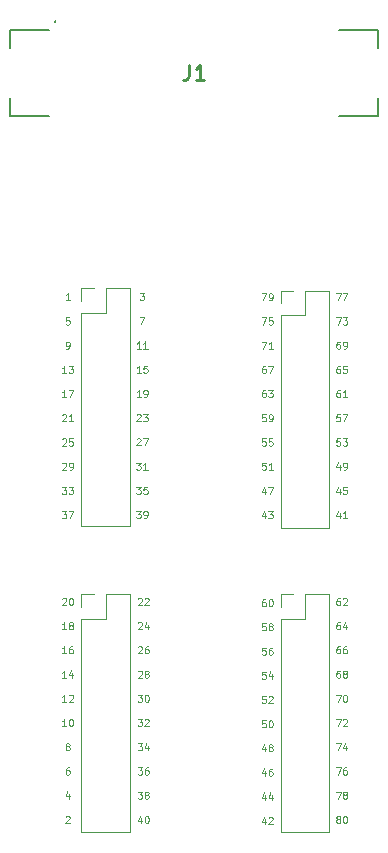
<source format=gbr>
%TF.GenerationSoftware,KiCad,Pcbnew,(5.1.10)-1*%
%TF.CreationDate,2021-09-20T08:54:39+02:00*%
%TF.ProjectId,breakoutboard,62726561-6b6f-4757-9462-6f6172642e6b,rev?*%
%TF.SameCoordinates,Original*%
%TF.FileFunction,Legend,Top*%
%TF.FilePolarity,Positive*%
%FSLAX46Y46*%
G04 Gerber Fmt 4.6, Leading zero omitted, Abs format (unit mm)*
G04 Created by KiCad (PCBNEW (5.1.10)-1) date 2021-09-20 08:54:39*
%MOMM*%
%LPD*%
G01*
G04 APERTURE LIST*
%ADD10C,0.125000*%
%ADD11C,0.120000*%
%ADD12C,0.200000*%
%ADD13C,0.254000*%
G04 APERTURE END LIST*
D10*
X58242857Y-98503571D02*
X58271428Y-98475000D01*
X58328571Y-98446428D01*
X58471428Y-98446428D01*
X58528571Y-98475000D01*
X58557142Y-98503571D01*
X58585714Y-98560714D01*
X58585714Y-98617857D01*
X58557142Y-98703571D01*
X58214285Y-99046428D01*
X58585714Y-99046428D01*
X58957142Y-98446428D02*
X59014285Y-98446428D01*
X59071428Y-98475000D01*
X59100000Y-98503571D01*
X59128571Y-98560714D01*
X59157142Y-98675000D01*
X59157142Y-98817857D01*
X59128571Y-98932142D01*
X59100000Y-98989285D01*
X59071428Y-99017857D01*
X59014285Y-99046428D01*
X58957142Y-99046428D01*
X58900000Y-99017857D01*
X58871428Y-98989285D01*
X58842857Y-98932142D01*
X58814285Y-98817857D01*
X58814285Y-98675000D01*
X58842857Y-98560714D01*
X58871428Y-98503571D01*
X58900000Y-98475000D01*
X58957142Y-98446428D01*
X58585714Y-101096428D02*
X58242857Y-101096428D01*
X58414285Y-101096428D02*
X58414285Y-100496428D01*
X58357142Y-100582142D01*
X58300000Y-100639285D01*
X58242857Y-100667857D01*
X58928571Y-100753571D02*
X58871428Y-100725000D01*
X58842857Y-100696428D01*
X58814285Y-100639285D01*
X58814285Y-100610714D01*
X58842857Y-100553571D01*
X58871428Y-100525000D01*
X58928571Y-100496428D01*
X59042857Y-100496428D01*
X59100000Y-100525000D01*
X59128571Y-100553571D01*
X59157142Y-100610714D01*
X59157142Y-100639285D01*
X59128571Y-100696428D01*
X59100000Y-100725000D01*
X59042857Y-100753571D01*
X58928571Y-100753571D01*
X58871428Y-100782142D01*
X58842857Y-100810714D01*
X58814285Y-100867857D01*
X58814285Y-100982142D01*
X58842857Y-101039285D01*
X58871428Y-101067857D01*
X58928571Y-101096428D01*
X59042857Y-101096428D01*
X59100000Y-101067857D01*
X59128571Y-101039285D01*
X59157142Y-100982142D01*
X59157142Y-100867857D01*
X59128571Y-100810714D01*
X59100000Y-100782142D01*
X59042857Y-100753571D01*
X58585714Y-103146428D02*
X58242857Y-103146428D01*
X58414285Y-103146428D02*
X58414285Y-102546428D01*
X58357142Y-102632142D01*
X58300000Y-102689285D01*
X58242857Y-102717857D01*
X59100000Y-102546428D02*
X58985714Y-102546428D01*
X58928571Y-102575000D01*
X58900000Y-102603571D01*
X58842857Y-102689285D01*
X58814285Y-102803571D01*
X58814285Y-103032142D01*
X58842857Y-103089285D01*
X58871428Y-103117857D01*
X58928571Y-103146428D01*
X59042857Y-103146428D01*
X59100000Y-103117857D01*
X59128571Y-103089285D01*
X59157142Y-103032142D01*
X59157142Y-102889285D01*
X59128571Y-102832142D01*
X59100000Y-102803571D01*
X59042857Y-102775000D01*
X58928571Y-102775000D01*
X58871428Y-102803571D01*
X58842857Y-102832142D01*
X58814285Y-102889285D01*
X58585714Y-105196428D02*
X58242857Y-105196428D01*
X58414285Y-105196428D02*
X58414285Y-104596428D01*
X58357142Y-104682142D01*
X58300000Y-104739285D01*
X58242857Y-104767857D01*
X59100000Y-104796428D02*
X59100000Y-105196428D01*
X58957142Y-104567857D02*
X58814285Y-104996428D01*
X59185714Y-104996428D01*
X58585714Y-107246428D02*
X58242857Y-107246428D01*
X58414285Y-107246428D02*
X58414285Y-106646428D01*
X58357142Y-106732142D01*
X58300000Y-106789285D01*
X58242857Y-106817857D01*
X58814285Y-106703571D02*
X58842857Y-106675000D01*
X58900000Y-106646428D01*
X59042857Y-106646428D01*
X59100000Y-106675000D01*
X59128571Y-106703571D01*
X59157142Y-106760714D01*
X59157142Y-106817857D01*
X59128571Y-106903571D01*
X58785714Y-107246428D01*
X59157142Y-107246428D01*
X58585714Y-109296428D02*
X58242857Y-109296428D01*
X58414285Y-109296428D02*
X58414285Y-108696428D01*
X58357142Y-108782142D01*
X58300000Y-108839285D01*
X58242857Y-108867857D01*
X58957142Y-108696428D02*
X59014285Y-108696428D01*
X59071428Y-108725000D01*
X59100000Y-108753571D01*
X59128571Y-108810714D01*
X59157142Y-108925000D01*
X59157142Y-109067857D01*
X59128571Y-109182142D01*
X59100000Y-109239285D01*
X59071428Y-109267857D01*
X59014285Y-109296428D01*
X58957142Y-109296428D01*
X58900000Y-109267857D01*
X58871428Y-109239285D01*
X58842857Y-109182142D01*
X58814285Y-109067857D01*
X58814285Y-108925000D01*
X58842857Y-108810714D01*
X58871428Y-108753571D01*
X58900000Y-108725000D01*
X58957142Y-108696428D01*
X58642857Y-111003571D02*
X58585714Y-110975000D01*
X58557142Y-110946428D01*
X58528571Y-110889285D01*
X58528571Y-110860714D01*
X58557142Y-110803571D01*
X58585714Y-110775000D01*
X58642857Y-110746428D01*
X58757142Y-110746428D01*
X58814285Y-110775000D01*
X58842857Y-110803571D01*
X58871428Y-110860714D01*
X58871428Y-110889285D01*
X58842857Y-110946428D01*
X58814285Y-110975000D01*
X58757142Y-111003571D01*
X58642857Y-111003571D01*
X58585714Y-111032142D01*
X58557142Y-111060714D01*
X58528571Y-111117857D01*
X58528571Y-111232142D01*
X58557142Y-111289285D01*
X58585714Y-111317857D01*
X58642857Y-111346428D01*
X58757142Y-111346428D01*
X58814285Y-111317857D01*
X58842857Y-111289285D01*
X58871428Y-111232142D01*
X58871428Y-111117857D01*
X58842857Y-111060714D01*
X58814285Y-111032142D01*
X58757142Y-111003571D01*
X58814285Y-112796428D02*
X58700000Y-112796428D01*
X58642857Y-112825000D01*
X58614285Y-112853571D01*
X58557142Y-112939285D01*
X58528571Y-113053571D01*
X58528571Y-113282142D01*
X58557142Y-113339285D01*
X58585714Y-113367857D01*
X58642857Y-113396428D01*
X58757142Y-113396428D01*
X58814285Y-113367857D01*
X58842857Y-113339285D01*
X58871428Y-113282142D01*
X58871428Y-113139285D01*
X58842857Y-113082142D01*
X58814285Y-113053571D01*
X58757142Y-113025000D01*
X58642857Y-113025000D01*
X58585714Y-113053571D01*
X58557142Y-113082142D01*
X58528571Y-113139285D01*
X58814285Y-115046428D02*
X58814285Y-115446428D01*
X58671428Y-114817857D02*
X58528571Y-115246428D01*
X58900000Y-115246428D01*
X58528571Y-116953571D02*
X58557142Y-116925000D01*
X58614285Y-116896428D01*
X58757142Y-116896428D01*
X58814285Y-116925000D01*
X58842857Y-116953571D01*
X58871428Y-117010714D01*
X58871428Y-117067857D01*
X58842857Y-117153571D01*
X58500000Y-117496428D01*
X58871428Y-117496428D01*
X64642857Y-98503571D02*
X64671428Y-98475000D01*
X64728571Y-98446428D01*
X64871428Y-98446428D01*
X64928571Y-98475000D01*
X64957142Y-98503571D01*
X64985714Y-98560714D01*
X64985714Y-98617857D01*
X64957142Y-98703571D01*
X64614285Y-99046428D01*
X64985714Y-99046428D01*
X65214285Y-98503571D02*
X65242857Y-98475000D01*
X65300000Y-98446428D01*
X65442857Y-98446428D01*
X65500000Y-98475000D01*
X65528571Y-98503571D01*
X65557142Y-98560714D01*
X65557142Y-98617857D01*
X65528571Y-98703571D01*
X65185714Y-99046428D01*
X65557142Y-99046428D01*
X64642857Y-100553571D02*
X64671428Y-100525000D01*
X64728571Y-100496428D01*
X64871428Y-100496428D01*
X64928571Y-100525000D01*
X64957142Y-100553571D01*
X64985714Y-100610714D01*
X64985714Y-100667857D01*
X64957142Y-100753571D01*
X64614285Y-101096428D01*
X64985714Y-101096428D01*
X65500000Y-100696428D02*
X65500000Y-101096428D01*
X65357142Y-100467857D02*
X65214285Y-100896428D01*
X65585714Y-100896428D01*
X64642857Y-102603571D02*
X64671428Y-102575000D01*
X64728571Y-102546428D01*
X64871428Y-102546428D01*
X64928571Y-102575000D01*
X64957142Y-102603571D01*
X64985714Y-102660714D01*
X64985714Y-102717857D01*
X64957142Y-102803571D01*
X64614285Y-103146428D01*
X64985714Y-103146428D01*
X65500000Y-102546428D02*
X65385714Y-102546428D01*
X65328571Y-102575000D01*
X65300000Y-102603571D01*
X65242857Y-102689285D01*
X65214285Y-102803571D01*
X65214285Y-103032142D01*
X65242857Y-103089285D01*
X65271428Y-103117857D01*
X65328571Y-103146428D01*
X65442857Y-103146428D01*
X65500000Y-103117857D01*
X65528571Y-103089285D01*
X65557142Y-103032142D01*
X65557142Y-102889285D01*
X65528571Y-102832142D01*
X65500000Y-102803571D01*
X65442857Y-102775000D01*
X65328571Y-102775000D01*
X65271428Y-102803571D01*
X65242857Y-102832142D01*
X65214285Y-102889285D01*
X64642857Y-104653571D02*
X64671428Y-104625000D01*
X64728571Y-104596428D01*
X64871428Y-104596428D01*
X64928571Y-104625000D01*
X64957142Y-104653571D01*
X64985714Y-104710714D01*
X64985714Y-104767857D01*
X64957142Y-104853571D01*
X64614285Y-105196428D01*
X64985714Y-105196428D01*
X65328571Y-104853571D02*
X65271428Y-104825000D01*
X65242857Y-104796428D01*
X65214285Y-104739285D01*
X65214285Y-104710714D01*
X65242857Y-104653571D01*
X65271428Y-104625000D01*
X65328571Y-104596428D01*
X65442857Y-104596428D01*
X65500000Y-104625000D01*
X65528571Y-104653571D01*
X65557142Y-104710714D01*
X65557142Y-104739285D01*
X65528571Y-104796428D01*
X65500000Y-104825000D01*
X65442857Y-104853571D01*
X65328571Y-104853571D01*
X65271428Y-104882142D01*
X65242857Y-104910714D01*
X65214285Y-104967857D01*
X65214285Y-105082142D01*
X65242857Y-105139285D01*
X65271428Y-105167857D01*
X65328571Y-105196428D01*
X65442857Y-105196428D01*
X65500000Y-105167857D01*
X65528571Y-105139285D01*
X65557142Y-105082142D01*
X65557142Y-104967857D01*
X65528571Y-104910714D01*
X65500000Y-104882142D01*
X65442857Y-104853571D01*
X64614285Y-106646428D02*
X64985714Y-106646428D01*
X64785714Y-106875000D01*
X64871428Y-106875000D01*
X64928571Y-106903571D01*
X64957142Y-106932142D01*
X64985714Y-106989285D01*
X64985714Y-107132142D01*
X64957142Y-107189285D01*
X64928571Y-107217857D01*
X64871428Y-107246428D01*
X64700000Y-107246428D01*
X64642857Y-107217857D01*
X64614285Y-107189285D01*
X65357142Y-106646428D02*
X65414285Y-106646428D01*
X65471428Y-106675000D01*
X65500000Y-106703571D01*
X65528571Y-106760714D01*
X65557142Y-106875000D01*
X65557142Y-107017857D01*
X65528571Y-107132142D01*
X65500000Y-107189285D01*
X65471428Y-107217857D01*
X65414285Y-107246428D01*
X65357142Y-107246428D01*
X65300000Y-107217857D01*
X65271428Y-107189285D01*
X65242857Y-107132142D01*
X65214285Y-107017857D01*
X65214285Y-106875000D01*
X65242857Y-106760714D01*
X65271428Y-106703571D01*
X65300000Y-106675000D01*
X65357142Y-106646428D01*
X64614285Y-108696428D02*
X64985714Y-108696428D01*
X64785714Y-108925000D01*
X64871428Y-108925000D01*
X64928571Y-108953571D01*
X64957142Y-108982142D01*
X64985714Y-109039285D01*
X64985714Y-109182142D01*
X64957142Y-109239285D01*
X64928571Y-109267857D01*
X64871428Y-109296428D01*
X64700000Y-109296428D01*
X64642857Y-109267857D01*
X64614285Y-109239285D01*
X65214285Y-108753571D02*
X65242857Y-108725000D01*
X65300000Y-108696428D01*
X65442857Y-108696428D01*
X65500000Y-108725000D01*
X65528571Y-108753571D01*
X65557142Y-108810714D01*
X65557142Y-108867857D01*
X65528571Y-108953571D01*
X65185714Y-109296428D01*
X65557142Y-109296428D01*
X64614285Y-110746428D02*
X64985714Y-110746428D01*
X64785714Y-110975000D01*
X64871428Y-110975000D01*
X64928571Y-111003571D01*
X64957142Y-111032142D01*
X64985714Y-111089285D01*
X64985714Y-111232142D01*
X64957142Y-111289285D01*
X64928571Y-111317857D01*
X64871428Y-111346428D01*
X64700000Y-111346428D01*
X64642857Y-111317857D01*
X64614285Y-111289285D01*
X65500000Y-110946428D02*
X65500000Y-111346428D01*
X65357142Y-110717857D02*
X65214285Y-111146428D01*
X65585714Y-111146428D01*
X64614285Y-112796428D02*
X64985714Y-112796428D01*
X64785714Y-113025000D01*
X64871428Y-113025000D01*
X64928571Y-113053571D01*
X64957142Y-113082142D01*
X64985714Y-113139285D01*
X64985714Y-113282142D01*
X64957142Y-113339285D01*
X64928571Y-113367857D01*
X64871428Y-113396428D01*
X64700000Y-113396428D01*
X64642857Y-113367857D01*
X64614285Y-113339285D01*
X65500000Y-112796428D02*
X65385714Y-112796428D01*
X65328571Y-112825000D01*
X65300000Y-112853571D01*
X65242857Y-112939285D01*
X65214285Y-113053571D01*
X65214285Y-113282142D01*
X65242857Y-113339285D01*
X65271428Y-113367857D01*
X65328571Y-113396428D01*
X65442857Y-113396428D01*
X65500000Y-113367857D01*
X65528571Y-113339285D01*
X65557142Y-113282142D01*
X65557142Y-113139285D01*
X65528571Y-113082142D01*
X65500000Y-113053571D01*
X65442857Y-113025000D01*
X65328571Y-113025000D01*
X65271428Y-113053571D01*
X65242857Y-113082142D01*
X65214285Y-113139285D01*
X64614285Y-114846428D02*
X64985714Y-114846428D01*
X64785714Y-115075000D01*
X64871428Y-115075000D01*
X64928571Y-115103571D01*
X64957142Y-115132142D01*
X64985714Y-115189285D01*
X64985714Y-115332142D01*
X64957142Y-115389285D01*
X64928571Y-115417857D01*
X64871428Y-115446428D01*
X64700000Y-115446428D01*
X64642857Y-115417857D01*
X64614285Y-115389285D01*
X65328571Y-115103571D02*
X65271428Y-115075000D01*
X65242857Y-115046428D01*
X65214285Y-114989285D01*
X65214285Y-114960714D01*
X65242857Y-114903571D01*
X65271428Y-114875000D01*
X65328571Y-114846428D01*
X65442857Y-114846428D01*
X65500000Y-114875000D01*
X65528571Y-114903571D01*
X65557142Y-114960714D01*
X65557142Y-114989285D01*
X65528571Y-115046428D01*
X65500000Y-115075000D01*
X65442857Y-115103571D01*
X65328571Y-115103571D01*
X65271428Y-115132142D01*
X65242857Y-115160714D01*
X65214285Y-115217857D01*
X65214285Y-115332142D01*
X65242857Y-115389285D01*
X65271428Y-115417857D01*
X65328571Y-115446428D01*
X65442857Y-115446428D01*
X65500000Y-115417857D01*
X65528571Y-115389285D01*
X65557142Y-115332142D01*
X65557142Y-115217857D01*
X65528571Y-115160714D01*
X65500000Y-115132142D01*
X65442857Y-115103571D01*
X64928571Y-117096428D02*
X64928571Y-117496428D01*
X64785714Y-116867857D02*
X64642857Y-117296428D01*
X65014285Y-117296428D01*
X65357142Y-116896428D02*
X65414285Y-116896428D01*
X65471428Y-116925000D01*
X65500000Y-116953571D01*
X65528571Y-117010714D01*
X65557142Y-117125000D01*
X65557142Y-117267857D01*
X65528571Y-117382142D01*
X65500000Y-117439285D01*
X65471428Y-117467857D01*
X65414285Y-117496428D01*
X65357142Y-117496428D01*
X65300000Y-117467857D01*
X65271428Y-117439285D01*
X65242857Y-117382142D01*
X65214285Y-117267857D01*
X65214285Y-117125000D01*
X65242857Y-117010714D01*
X65271428Y-116953571D01*
X65300000Y-116925000D01*
X65357142Y-116896428D01*
X75114285Y-72646428D02*
X75514285Y-72646428D01*
X75257142Y-73246428D01*
X75771428Y-73246428D02*
X75885714Y-73246428D01*
X75942857Y-73217857D01*
X75971428Y-73189285D01*
X76028571Y-73103571D01*
X76057142Y-72989285D01*
X76057142Y-72760714D01*
X76028571Y-72703571D01*
X76000000Y-72675000D01*
X75942857Y-72646428D01*
X75828571Y-72646428D01*
X75771428Y-72675000D01*
X75742857Y-72703571D01*
X75714285Y-72760714D01*
X75714285Y-72903571D01*
X75742857Y-72960714D01*
X75771428Y-72989285D01*
X75828571Y-73017857D01*
X75942857Y-73017857D01*
X76000000Y-72989285D01*
X76028571Y-72960714D01*
X76057142Y-72903571D01*
X75114285Y-74696428D02*
X75514285Y-74696428D01*
X75257142Y-75296428D01*
X76028571Y-74696428D02*
X75742857Y-74696428D01*
X75714285Y-74982142D01*
X75742857Y-74953571D01*
X75800000Y-74925000D01*
X75942857Y-74925000D01*
X76000000Y-74953571D01*
X76028571Y-74982142D01*
X76057142Y-75039285D01*
X76057142Y-75182142D01*
X76028571Y-75239285D01*
X76000000Y-75267857D01*
X75942857Y-75296428D01*
X75800000Y-75296428D01*
X75742857Y-75267857D01*
X75714285Y-75239285D01*
X75114285Y-76746428D02*
X75514285Y-76746428D01*
X75257142Y-77346428D01*
X76057142Y-77346428D02*
X75714285Y-77346428D01*
X75885714Y-77346428D02*
X75885714Y-76746428D01*
X75828571Y-76832142D01*
X75771428Y-76889285D01*
X75714285Y-76917857D01*
X75428571Y-78796428D02*
X75314285Y-78796428D01*
X75257142Y-78825000D01*
X75228571Y-78853571D01*
X75171428Y-78939285D01*
X75142857Y-79053571D01*
X75142857Y-79282142D01*
X75171428Y-79339285D01*
X75200000Y-79367857D01*
X75257142Y-79396428D01*
X75371428Y-79396428D01*
X75428571Y-79367857D01*
X75457142Y-79339285D01*
X75485714Y-79282142D01*
X75485714Y-79139285D01*
X75457142Y-79082142D01*
X75428571Y-79053571D01*
X75371428Y-79025000D01*
X75257142Y-79025000D01*
X75200000Y-79053571D01*
X75171428Y-79082142D01*
X75142857Y-79139285D01*
X75685714Y-78796428D02*
X76085714Y-78796428D01*
X75828571Y-79396428D01*
X75428571Y-80846428D02*
X75314285Y-80846428D01*
X75257142Y-80875000D01*
X75228571Y-80903571D01*
X75171428Y-80989285D01*
X75142857Y-81103571D01*
X75142857Y-81332142D01*
X75171428Y-81389285D01*
X75200000Y-81417857D01*
X75257142Y-81446428D01*
X75371428Y-81446428D01*
X75428571Y-81417857D01*
X75457142Y-81389285D01*
X75485714Y-81332142D01*
X75485714Y-81189285D01*
X75457142Y-81132142D01*
X75428571Y-81103571D01*
X75371428Y-81075000D01*
X75257142Y-81075000D01*
X75200000Y-81103571D01*
X75171428Y-81132142D01*
X75142857Y-81189285D01*
X75685714Y-80846428D02*
X76057142Y-80846428D01*
X75857142Y-81075000D01*
X75942857Y-81075000D01*
X76000000Y-81103571D01*
X76028571Y-81132142D01*
X76057142Y-81189285D01*
X76057142Y-81332142D01*
X76028571Y-81389285D01*
X76000000Y-81417857D01*
X75942857Y-81446428D01*
X75771428Y-81446428D01*
X75714285Y-81417857D01*
X75685714Y-81389285D01*
X75457142Y-82896428D02*
X75171428Y-82896428D01*
X75142857Y-83182142D01*
X75171428Y-83153571D01*
X75228571Y-83125000D01*
X75371428Y-83125000D01*
X75428571Y-83153571D01*
X75457142Y-83182142D01*
X75485714Y-83239285D01*
X75485714Y-83382142D01*
X75457142Y-83439285D01*
X75428571Y-83467857D01*
X75371428Y-83496428D01*
X75228571Y-83496428D01*
X75171428Y-83467857D01*
X75142857Y-83439285D01*
X75771428Y-83496428D02*
X75885714Y-83496428D01*
X75942857Y-83467857D01*
X75971428Y-83439285D01*
X76028571Y-83353571D01*
X76057142Y-83239285D01*
X76057142Y-83010714D01*
X76028571Y-82953571D01*
X76000000Y-82925000D01*
X75942857Y-82896428D01*
X75828571Y-82896428D01*
X75771428Y-82925000D01*
X75742857Y-82953571D01*
X75714285Y-83010714D01*
X75714285Y-83153571D01*
X75742857Y-83210714D01*
X75771428Y-83239285D01*
X75828571Y-83267857D01*
X75942857Y-83267857D01*
X76000000Y-83239285D01*
X76028571Y-83210714D01*
X76057142Y-83153571D01*
X75457142Y-84946428D02*
X75171428Y-84946428D01*
X75142857Y-85232142D01*
X75171428Y-85203571D01*
X75228571Y-85175000D01*
X75371428Y-85175000D01*
X75428571Y-85203571D01*
X75457142Y-85232142D01*
X75485714Y-85289285D01*
X75485714Y-85432142D01*
X75457142Y-85489285D01*
X75428571Y-85517857D01*
X75371428Y-85546428D01*
X75228571Y-85546428D01*
X75171428Y-85517857D01*
X75142857Y-85489285D01*
X76028571Y-84946428D02*
X75742857Y-84946428D01*
X75714285Y-85232142D01*
X75742857Y-85203571D01*
X75800000Y-85175000D01*
X75942857Y-85175000D01*
X76000000Y-85203571D01*
X76028571Y-85232142D01*
X76057142Y-85289285D01*
X76057142Y-85432142D01*
X76028571Y-85489285D01*
X76000000Y-85517857D01*
X75942857Y-85546428D01*
X75800000Y-85546428D01*
X75742857Y-85517857D01*
X75714285Y-85489285D01*
X75457142Y-86996428D02*
X75171428Y-86996428D01*
X75142857Y-87282142D01*
X75171428Y-87253571D01*
X75228571Y-87225000D01*
X75371428Y-87225000D01*
X75428571Y-87253571D01*
X75457142Y-87282142D01*
X75485714Y-87339285D01*
X75485714Y-87482142D01*
X75457142Y-87539285D01*
X75428571Y-87567857D01*
X75371428Y-87596428D01*
X75228571Y-87596428D01*
X75171428Y-87567857D01*
X75142857Y-87539285D01*
X76057142Y-87596428D02*
X75714285Y-87596428D01*
X75885714Y-87596428D02*
X75885714Y-86996428D01*
X75828571Y-87082142D01*
X75771428Y-87139285D01*
X75714285Y-87167857D01*
X75428571Y-89246428D02*
X75428571Y-89646428D01*
X75285714Y-89017857D02*
X75142857Y-89446428D01*
X75514285Y-89446428D01*
X75685714Y-89046428D02*
X76085714Y-89046428D01*
X75828571Y-89646428D01*
X75428571Y-91296428D02*
X75428571Y-91696428D01*
X75285714Y-91067857D02*
X75142857Y-91496428D01*
X75514285Y-91496428D01*
X75685714Y-91096428D02*
X76057142Y-91096428D01*
X75857142Y-91325000D01*
X75942857Y-91325000D01*
X76000000Y-91353571D01*
X76028571Y-91382142D01*
X76057142Y-91439285D01*
X76057142Y-91582142D01*
X76028571Y-91639285D01*
X76000000Y-91667857D01*
X75942857Y-91696428D01*
X75771428Y-91696428D01*
X75714285Y-91667857D01*
X75685714Y-91639285D01*
X81728571Y-98446428D02*
X81614285Y-98446428D01*
X81557142Y-98475000D01*
X81528571Y-98503571D01*
X81471428Y-98589285D01*
X81442857Y-98703571D01*
X81442857Y-98932142D01*
X81471428Y-98989285D01*
X81500000Y-99017857D01*
X81557142Y-99046428D01*
X81671428Y-99046428D01*
X81728571Y-99017857D01*
X81757142Y-98989285D01*
X81785714Y-98932142D01*
X81785714Y-98789285D01*
X81757142Y-98732142D01*
X81728571Y-98703571D01*
X81671428Y-98675000D01*
X81557142Y-98675000D01*
X81500000Y-98703571D01*
X81471428Y-98732142D01*
X81442857Y-98789285D01*
X82014285Y-98503571D02*
X82042857Y-98475000D01*
X82100000Y-98446428D01*
X82242857Y-98446428D01*
X82300000Y-98475000D01*
X82328571Y-98503571D01*
X82357142Y-98560714D01*
X82357142Y-98617857D01*
X82328571Y-98703571D01*
X81985714Y-99046428D01*
X82357142Y-99046428D01*
X81728571Y-100496428D02*
X81614285Y-100496428D01*
X81557142Y-100525000D01*
X81528571Y-100553571D01*
X81471428Y-100639285D01*
X81442857Y-100753571D01*
X81442857Y-100982142D01*
X81471428Y-101039285D01*
X81500000Y-101067857D01*
X81557142Y-101096428D01*
X81671428Y-101096428D01*
X81728571Y-101067857D01*
X81757142Y-101039285D01*
X81785714Y-100982142D01*
X81785714Y-100839285D01*
X81757142Y-100782142D01*
X81728571Y-100753571D01*
X81671428Y-100725000D01*
X81557142Y-100725000D01*
X81500000Y-100753571D01*
X81471428Y-100782142D01*
X81442857Y-100839285D01*
X82300000Y-100696428D02*
X82300000Y-101096428D01*
X82157142Y-100467857D02*
X82014285Y-100896428D01*
X82385714Y-100896428D01*
X81728571Y-102546428D02*
X81614285Y-102546428D01*
X81557142Y-102575000D01*
X81528571Y-102603571D01*
X81471428Y-102689285D01*
X81442857Y-102803571D01*
X81442857Y-103032142D01*
X81471428Y-103089285D01*
X81500000Y-103117857D01*
X81557142Y-103146428D01*
X81671428Y-103146428D01*
X81728571Y-103117857D01*
X81757142Y-103089285D01*
X81785714Y-103032142D01*
X81785714Y-102889285D01*
X81757142Y-102832142D01*
X81728571Y-102803571D01*
X81671428Y-102775000D01*
X81557142Y-102775000D01*
X81500000Y-102803571D01*
X81471428Y-102832142D01*
X81442857Y-102889285D01*
X82300000Y-102546428D02*
X82185714Y-102546428D01*
X82128571Y-102575000D01*
X82100000Y-102603571D01*
X82042857Y-102689285D01*
X82014285Y-102803571D01*
X82014285Y-103032142D01*
X82042857Y-103089285D01*
X82071428Y-103117857D01*
X82128571Y-103146428D01*
X82242857Y-103146428D01*
X82300000Y-103117857D01*
X82328571Y-103089285D01*
X82357142Y-103032142D01*
X82357142Y-102889285D01*
X82328571Y-102832142D01*
X82300000Y-102803571D01*
X82242857Y-102775000D01*
X82128571Y-102775000D01*
X82071428Y-102803571D01*
X82042857Y-102832142D01*
X82014285Y-102889285D01*
X81728571Y-104596428D02*
X81614285Y-104596428D01*
X81557142Y-104625000D01*
X81528571Y-104653571D01*
X81471428Y-104739285D01*
X81442857Y-104853571D01*
X81442857Y-105082142D01*
X81471428Y-105139285D01*
X81500000Y-105167857D01*
X81557142Y-105196428D01*
X81671428Y-105196428D01*
X81728571Y-105167857D01*
X81757142Y-105139285D01*
X81785714Y-105082142D01*
X81785714Y-104939285D01*
X81757142Y-104882142D01*
X81728571Y-104853571D01*
X81671428Y-104825000D01*
X81557142Y-104825000D01*
X81500000Y-104853571D01*
X81471428Y-104882142D01*
X81442857Y-104939285D01*
X82128571Y-104853571D02*
X82071428Y-104825000D01*
X82042857Y-104796428D01*
X82014285Y-104739285D01*
X82014285Y-104710714D01*
X82042857Y-104653571D01*
X82071428Y-104625000D01*
X82128571Y-104596428D01*
X82242857Y-104596428D01*
X82300000Y-104625000D01*
X82328571Y-104653571D01*
X82357142Y-104710714D01*
X82357142Y-104739285D01*
X82328571Y-104796428D01*
X82300000Y-104825000D01*
X82242857Y-104853571D01*
X82128571Y-104853571D01*
X82071428Y-104882142D01*
X82042857Y-104910714D01*
X82014285Y-104967857D01*
X82014285Y-105082142D01*
X82042857Y-105139285D01*
X82071428Y-105167857D01*
X82128571Y-105196428D01*
X82242857Y-105196428D01*
X82300000Y-105167857D01*
X82328571Y-105139285D01*
X82357142Y-105082142D01*
X82357142Y-104967857D01*
X82328571Y-104910714D01*
X82300000Y-104882142D01*
X82242857Y-104853571D01*
X81414285Y-106646428D02*
X81814285Y-106646428D01*
X81557142Y-107246428D01*
X82157142Y-106646428D02*
X82214285Y-106646428D01*
X82271428Y-106675000D01*
X82300000Y-106703571D01*
X82328571Y-106760714D01*
X82357142Y-106875000D01*
X82357142Y-107017857D01*
X82328571Y-107132142D01*
X82300000Y-107189285D01*
X82271428Y-107217857D01*
X82214285Y-107246428D01*
X82157142Y-107246428D01*
X82100000Y-107217857D01*
X82071428Y-107189285D01*
X82042857Y-107132142D01*
X82014285Y-107017857D01*
X82014285Y-106875000D01*
X82042857Y-106760714D01*
X82071428Y-106703571D01*
X82100000Y-106675000D01*
X82157142Y-106646428D01*
X81414285Y-108696428D02*
X81814285Y-108696428D01*
X81557142Y-109296428D01*
X82014285Y-108753571D02*
X82042857Y-108725000D01*
X82100000Y-108696428D01*
X82242857Y-108696428D01*
X82300000Y-108725000D01*
X82328571Y-108753571D01*
X82357142Y-108810714D01*
X82357142Y-108867857D01*
X82328571Y-108953571D01*
X81985714Y-109296428D01*
X82357142Y-109296428D01*
X81414285Y-110746428D02*
X81814285Y-110746428D01*
X81557142Y-111346428D01*
X82300000Y-110946428D02*
X82300000Y-111346428D01*
X82157142Y-110717857D02*
X82014285Y-111146428D01*
X82385714Y-111146428D01*
X81414285Y-112796428D02*
X81814285Y-112796428D01*
X81557142Y-113396428D01*
X82300000Y-112796428D02*
X82185714Y-112796428D01*
X82128571Y-112825000D01*
X82100000Y-112853571D01*
X82042857Y-112939285D01*
X82014285Y-113053571D01*
X82014285Y-113282142D01*
X82042857Y-113339285D01*
X82071428Y-113367857D01*
X82128571Y-113396428D01*
X82242857Y-113396428D01*
X82300000Y-113367857D01*
X82328571Y-113339285D01*
X82357142Y-113282142D01*
X82357142Y-113139285D01*
X82328571Y-113082142D01*
X82300000Y-113053571D01*
X82242857Y-113025000D01*
X82128571Y-113025000D01*
X82071428Y-113053571D01*
X82042857Y-113082142D01*
X82014285Y-113139285D01*
X81414285Y-114846428D02*
X81814285Y-114846428D01*
X81557142Y-115446428D01*
X82128571Y-115103571D02*
X82071428Y-115075000D01*
X82042857Y-115046428D01*
X82014285Y-114989285D01*
X82014285Y-114960714D01*
X82042857Y-114903571D01*
X82071428Y-114875000D01*
X82128571Y-114846428D01*
X82242857Y-114846428D01*
X82300000Y-114875000D01*
X82328571Y-114903571D01*
X82357142Y-114960714D01*
X82357142Y-114989285D01*
X82328571Y-115046428D01*
X82300000Y-115075000D01*
X82242857Y-115103571D01*
X82128571Y-115103571D01*
X82071428Y-115132142D01*
X82042857Y-115160714D01*
X82014285Y-115217857D01*
X82014285Y-115332142D01*
X82042857Y-115389285D01*
X82071428Y-115417857D01*
X82128571Y-115446428D01*
X82242857Y-115446428D01*
X82300000Y-115417857D01*
X82328571Y-115389285D01*
X82357142Y-115332142D01*
X82357142Y-115217857D01*
X82328571Y-115160714D01*
X82300000Y-115132142D01*
X82242857Y-115103571D01*
X81557142Y-117153571D02*
X81500000Y-117125000D01*
X81471428Y-117096428D01*
X81442857Y-117039285D01*
X81442857Y-117010714D01*
X81471428Y-116953571D01*
X81500000Y-116925000D01*
X81557142Y-116896428D01*
X81671428Y-116896428D01*
X81728571Y-116925000D01*
X81757142Y-116953571D01*
X81785714Y-117010714D01*
X81785714Y-117039285D01*
X81757142Y-117096428D01*
X81728571Y-117125000D01*
X81671428Y-117153571D01*
X81557142Y-117153571D01*
X81500000Y-117182142D01*
X81471428Y-117210714D01*
X81442857Y-117267857D01*
X81442857Y-117382142D01*
X81471428Y-117439285D01*
X81500000Y-117467857D01*
X81557142Y-117496428D01*
X81671428Y-117496428D01*
X81728571Y-117467857D01*
X81757142Y-117439285D01*
X81785714Y-117382142D01*
X81785714Y-117267857D01*
X81757142Y-117210714D01*
X81728571Y-117182142D01*
X81671428Y-117153571D01*
X82157142Y-116896428D02*
X82214285Y-116896428D01*
X82271428Y-116925000D01*
X82300000Y-116953571D01*
X82328571Y-117010714D01*
X82357142Y-117125000D01*
X82357142Y-117267857D01*
X82328571Y-117382142D01*
X82300000Y-117439285D01*
X82271428Y-117467857D01*
X82214285Y-117496428D01*
X82157142Y-117496428D01*
X82100000Y-117467857D01*
X82071428Y-117439285D01*
X82042857Y-117382142D01*
X82014285Y-117267857D01*
X82014285Y-117125000D01*
X82042857Y-117010714D01*
X82071428Y-116953571D01*
X82100000Y-116925000D01*
X82157142Y-116896428D01*
X81414285Y-72646428D02*
X81814285Y-72646428D01*
X81557142Y-73246428D01*
X81985714Y-72646428D02*
X82385714Y-72646428D01*
X82128571Y-73246428D01*
X81414285Y-74696428D02*
X81814285Y-74696428D01*
X81557142Y-75296428D01*
X81985714Y-74696428D02*
X82357142Y-74696428D01*
X82157142Y-74925000D01*
X82242857Y-74925000D01*
X82300000Y-74953571D01*
X82328571Y-74982142D01*
X82357142Y-75039285D01*
X82357142Y-75182142D01*
X82328571Y-75239285D01*
X82300000Y-75267857D01*
X82242857Y-75296428D01*
X82071428Y-75296428D01*
X82014285Y-75267857D01*
X81985714Y-75239285D01*
X81728571Y-76746428D02*
X81614285Y-76746428D01*
X81557142Y-76775000D01*
X81528571Y-76803571D01*
X81471428Y-76889285D01*
X81442857Y-77003571D01*
X81442857Y-77232142D01*
X81471428Y-77289285D01*
X81500000Y-77317857D01*
X81557142Y-77346428D01*
X81671428Y-77346428D01*
X81728571Y-77317857D01*
X81757142Y-77289285D01*
X81785714Y-77232142D01*
X81785714Y-77089285D01*
X81757142Y-77032142D01*
X81728571Y-77003571D01*
X81671428Y-76975000D01*
X81557142Y-76975000D01*
X81500000Y-77003571D01*
X81471428Y-77032142D01*
X81442857Y-77089285D01*
X82071428Y-77346428D02*
X82185714Y-77346428D01*
X82242857Y-77317857D01*
X82271428Y-77289285D01*
X82328571Y-77203571D01*
X82357142Y-77089285D01*
X82357142Y-76860714D01*
X82328571Y-76803571D01*
X82300000Y-76775000D01*
X82242857Y-76746428D01*
X82128571Y-76746428D01*
X82071428Y-76775000D01*
X82042857Y-76803571D01*
X82014285Y-76860714D01*
X82014285Y-77003571D01*
X82042857Y-77060714D01*
X82071428Y-77089285D01*
X82128571Y-77117857D01*
X82242857Y-77117857D01*
X82300000Y-77089285D01*
X82328571Y-77060714D01*
X82357142Y-77003571D01*
X81728571Y-78796428D02*
X81614285Y-78796428D01*
X81557142Y-78825000D01*
X81528571Y-78853571D01*
X81471428Y-78939285D01*
X81442857Y-79053571D01*
X81442857Y-79282142D01*
X81471428Y-79339285D01*
X81500000Y-79367857D01*
X81557142Y-79396428D01*
X81671428Y-79396428D01*
X81728571Y-79367857D01*
X81757142Y-79339285D01*
X81785714Y-79282142D01*
X81785714Y-79139285D01*
X81757142Y-79082142D01*
X81728571Y-79053571D01*
X81671428Y-79025000D01*
X81557142Y-79025000D01*
X81500000Y-79053571D01*
X81471428Y-79082142D01*
X81442857Y-79139285D01*
X82328571Y-78796428D02*
X82042857Y-78796428D01*
X82014285Y-79082142D01*
X82042857Y-79053571D01*
X82100000Y-79025000D01*
X82242857Y-79025000D01*
X82300000Y-79053571D01*
X82328571Y-79082142D01*
X82357142Y-79139285D01*
X82357142Y-79282142D01*
X82328571Y-79339285D01*
X82300000Y-79367857D01*
X82242857Y-79396428D01*
X82100000Y-79396428D01*
X82042857Y-79367857D01*
X82014285Y-79339285D01*
X81728571Y-80846428D02*
X81614285Y-80846428D01*
X81557142Y-80875000D01*
X81528571Y-80903571D01*
X81471428Y-80989285D01*
X81442857Y-81103571D01*
X81442857Y-81332142D01*
X81471428Y-81389285D01*
X81500000Y-81417857D01*
X81557142Y-81446428D01*
X81671428Y-81446428D01*
X81728571Y-81417857D01*
X81757142Y-81389285D01*
X81785714Y-81332142D01*
X81785714Y-81189285D01*
X81757142Y-81132142D01*
X81728571Y-81103571D01*
X81671428Y-81075000D01*
X81557142Y-81075000D01*
X81500000Y-81103571D01*
X81471428Y-81132142D01*
X81442857Y-81189285D01*
X82357142Y-81446428D02*
X82014285Y-81446428D01*
X82185714Y-81446428D02*
X82185714Y-80846428D01*
X82128571Y-80932142D01*
X82071428Y-80989285D01*
X82014285Y-81017857D01*
X81757142Y-82896428D02*
X81471428Y-82896428D01*
X81442857Y-83182142D01*
X81471428Y-83153571D01*
X81528571Y-83125000D01*
X81671428Y-83125000D01*
X81728571Y-83153571D01*
X81757142Y-83182142D01*
X81785714Y-83239285D01*
X81785714Y-83382142D01*
X81757142Y-83439285D01*
X81728571Y-83467857D01*
X81671428Y-83496428D01*
X81528571Y-83496428D01*
X81471428Y-83467857D01*
X81442857Y-83439285D01*
X81985714Y-82896428D02*
X82385714Y-82896428D01*
X82128571Y-83496428D01*
X81757142Y-84946428D02*
X81471428Y-84946428D01*
X81442857Y-85232142D01*
X81471428Y-85203571D01*
X81528571Y-85175000D01*
X81671428Y-85175000D01*
X81728571Y-85203571D01*
X81757142Y-85232142D01*
X81785714Y-85289285D01*
X81785714Y-85432142D01*
X81757142Y-85489285D01*
X81728571Y-85517857D01*
X81671428Y-85546428D01*
X81528571Y-85546428D01*
X81471428Y-85517857D01*
X81442857Y-85489285D01*
X81985714Y-84946428D02*
X82357142Y-84946428D01*
X82157142Y-85175000D01*
X82242857Y-85175000D01*
X82300000Y-85203571D01*
X82328571Y-85232142D01*
X82357142Y-85289285D01*
X82357142Y-85432142D01*
X82328571Y-85489285D01*
X82300000Y-85517857D01*
X82242857Y-85546428D01*
X82071428Y-85546428D01*
X82014285Y-85517857D01*
X81985714Y-85489285D01*
X81728571Y-87196428D02*
X81728571Y-87596428D01*
X81585714Y-86967857D02*
X81442857Y-87396428D01*
X81814285Y-87396428D01*
X82071428Y-87596428D02*
X82185714Y-87596428D01*
X82242857Y-87567857D01*
X82271428Y-87539285D01*
X82328571Y-87453571D01*
X82357142Y-87339285D01*
X82357142Y-87110714D01*
X82328571Y-87053571D01*
X82300000Y-87025000D01*
X82242857Y-86996428D01*
X82128571Y-86996428D01*
X82071428Y-87025000D01*
X82042857Y-87053571D01*
X82014285Y-87110714D01*
X82014285Y-87253571D01*
X82042857Y-87310714D01*
X82071428Y-87339285D01*
X82128571Y-87367857D01*
X82242857Y-87367857D01*
X82300000Y-87339285D01*
X82328571Y-87310714D01*
X82357142Y-87253571D01*
X81728571Y-89246428D02*
X81728571Y-89646428D01*
X81585714Y-89017857D02*
X81442857Y-89446428D01*
X81814285Y-89446428D01*
X82328571Y-89046428D02*
X82042857Y-89046428D01*
X82014285Y-89332142D01*
X82042857Y-89303571D01*
X82100000Y-89275000D01*
X82242857Y-89275000D01*
X82300000Y-89303571D01*
X82328571Y-89332142D01*
X82357142Y-89389285D01*
X82357142Y-89532142D01*
X82328571Y-89589285D01*
X82300000Y-89617857D01*
X82242857Y-89646428D01*
X82100000Y-89646428D01*
X82042857Y-89617857D01*
X82014285Y-89589285D01*
X81728571Y-91296428D02*
X81728571Y-91696428D01*
X81585714Y-91067857D02*
X81442857Y-91496428D01*
X81814285Y-91496428D01*
X82357142Y-91696428D02*
X82014285Y-91696428D01*
X82185714Y-91696428D02*
X82185714Y-91096428D01*
X82128571Y-91182142D01*
X82071428Y-91239285D01*
X82014285Y-91267857D01*
X75428571Y-98546428D02*
X75314285Y-98546428D01*
X75257142Y-98575000D01*
X75228571Y-98603571D01*
X75171428Y-98689285D01*
X75142857Y-98803571D01*
X75142857Y-99032142D01*
X75171428Y-99089285D01*
X75200000Y-99117857D01*
X75257142Y-99146428D01*
X75371428Y-99146428D01*
X75428571Y-99117857D01*
X75457142Y-99089285D01*
X75485714Y-99032142D01*
X75485714Y-98889285D01*
X75457142Y-98832142D01*
X75428571Y-98803571D01*
X75371428Y-98775000D01*
X75257142Y-98775000D01*
X75200000Y-98803571D01*
X75171428Y-98832142D01*
X75142857Y-98889285D01*
X75857142Y-98546428D02*
X75914285Y-98546428D01*
X75971428Y-98575000D01*
X76000000Y-98603571D01*
X76028571Y-98660714D01*
X76057142Y-98775000D01*
X76057142Y-98917857D01*
X76028571Y-99032142D01*
X76000000Y-99089285D01*
X75971428Y-99117857D01*
X75914285Y-99146428D01*
X75857142Y-99146428D01*
X75800000Y-99117857D01*
X75771428Y-99089285D01*
X75742857Y-99032142D01*
X75714285Y-98917857D01*
X75714285Y-98775000D01*
X75742857Y-98660714D01*
X75771428Y-98603571D01*
X75800000Y-98575000D01*
X75857142Y-98546428D01*
X75457142Y-100596428D02*
X75171428Y-100596428D01*
X75142857Y-100882142D01*
X75171428Y-100853571D01*
X75228571Y-100825000D01*
X75371428Y-100825000D01*
X75428571Y-100853571D01*
X75457142Y-100882142D01*
X75485714Y-100939285D01*
X75485714Y-101082142D01*
X75457142Y-101139285D01*
X75428571Y-101167857D01*
X75371428Y-101196428D01*
X75228571Y-101196428D01*
X75171428Y-101167857D01*
X75142857Y-101139285D01*
X75828571Y-100853571D02*
X75771428Y-100825000D01*
X75742857Y-100796428D01*
X75714285Y-100739285D01*
X75714285Y-100710714D01*
X75742857Y-100653571D01*
X75771428Y-100625000D01*
X75828571Y-100596428D01*
X75942857Y-100596428D01*
X76000000Y-100625000D01*
X76028571Y-100653571D01*
X76057142Y-100710714D01*
X76057142Y-100739285D01*
X76028571Y-100796428D01*
X76000000Y-100825000D01*
X75942857Y-100853571D01*
X75828571Y-100853571D01*
X75771428Y-100882142D01*
X75742857Y-100910714D01*
X75714285Y-100967857D01*
X75714285Y-101082142D01*
X75742857Y-101139285D01*
X75771428Y-101167857D01*
X75828571Y-101196428D01*
X75942857Y-101196428D01*
X76000000Y-101167857D01*
X76028571Y-101139285D01*
X76057142Y-101082142D01*
X76057142Y-100967857D01*
X76028571Y-100910714D01*
X76000000Y-100882142D01*
X75942857Y-100853571D01*
X75457142Y-102646428D02*
X75171428Y-102646428D01*
X75142857Y-102932142D01*
X75171428Y-102903571D01*
X75228571Y-102875000D01*
X75371428Y-102875000D01*
X75428571Y-102903571D01*
X75457142Y-102932142D01*
X75485714Y-102989285D01*
X75485714Y-103132142D01*
X75457142Y-103189285D01*
X75428571Y-103217857D01*
X75371428Y-103246428D01*
X75228571Y-103246428D01*
X75171428Y-103217857D01*
X75142857Y-103189285D01*
X76000000Y-102646428D02*
X75885714Y-102646428D01*
X75828571Y-102675000D01*
X75800000Y-102703571D01*
X75742857Y-102789285D01*
X75714285Y-102903571D01*
X75714285Y-103132142D01*
X75742857Y-103189285D01*
X75771428Y-103217857D01*
X75828571Y-103246428D01*
X75942857Y-103246428D01*
X76000000Y-103217857D01*
X76028571Y-103189285D01*
X76057142Y-103132142D01*
X76057142Y-102989285D01*
X76028571Y-102932142D01*
X76000000Y-102903571D01*
X75942857Y-102875000D01*
X75828571Y-102875000D01*
X75771428Y-102903571D01*
X75742857Y-102932142D01*
X75714285Y-102989285D01*
X75457142Y-104696428D02*
X75171428Y-104696428D01*
X75142857Y-104982142D01*
X75171428Y-104953571D01*
X75228571Y-104925000D01*
X75371428Y-104925000D01*
X75428571Y-104953571D01*
X75457142Y-104982142D01*
X75485714Y-105039285D01*
X75485714Y-105182142D01*
X75457142Y-105239285D01*
X75428571Y-105267857D01*
X75371428Y-105296428D01*
X75228571Y-105296428D01*
X75171428Y-105267857D01*
X75142857Y-105239285D01*
X76000000Y-104896428D02*
X76000000Y-105296428D01*
X75857142Y-104667857D02*
X75714285Y-105096428D01*
X76085714Y-105096428D01*
X75457142Y-106746428D02*
X75171428Y-106746428D01*
X75142857Y-107032142D01*
X75171428Y-107003571D01*
X75228571Y-106975000D01*
X75371428Y-106975000D01*
X75428571Y-107003571D01*
X75457142Y-107032142D01*
X75485714Y-107089285D01*
X75485714Y-107232142D01*
X75457142Y-107289285D01*
X75428571Y-107317857D01*
X75371428Y-107346428D01*
X75228571Y-107346428D01*
X75171428Y-107317857D01*
X75142857Y-107289285D01*
X75714285Y-106803571D02*
X75742857Y-106775000D01*
X75800000Y-106746428D01*
X75942857Y-106746428D01*
X76000000Y-106775000D01*
X76028571Y-106803571D01*
X76057142Y-106860714D01*
X76057142Y-106917857D01*
X76028571Y-107003571D01*
X75685714Y-107346428D01*
X76057142Y-107346428D01*
X75457142Y-108796428D02*
X75171428Y-108796428D01*
X75142857Y-109082142D01*
X75171428Y-109053571D01*
X75228571Y-109025000D01*
X75371428Y-109025000D01*
X75428571Y-109053571D01*
X75457142Y-109082142D01*
X75485714Y-109139285D01*
X75485714Y-109282142D01*
X75457142Y-109339285D01*
X75428571Y-109367857D01*
X75371428Y-109396428D01*
X75228571Y-109396428D01*
X75171428Y-109367857D01*
X75142857Y-109339285D01*
X75857142Y-108796428D02*
X75914285Y-108796428D01*
X75971428Y-108825000D01*
X76000000Y-108853571D01*
X76028571Y-108910714D01*
X76057142Y-109025000D01*
X76057142Y-109167857D01*
X76028571Y-109282142D01*
X76000000Y-109339285D01*
X75971428Y-109367857D01*
X75914285Y-109396428D01*
X75857142Y-109396428D01*
X75800000Y-109367857D01*
X75771428Y-109339285D01*
X75742857Y-109282142D01*
X75714285Y-109167857D01*
X75714285Y-109025000D01*
X75742857Y-108910714D01*
X75771428Y-108853571D01*
X75800000Y-108825000D01*
X75857142Y-108796428D01*
X75428571Y-111046428D02*
X75428571Y-111446428D01*
X75285714Y-110817857D02*
X75142857Y-111246428D01*
X75514285Y-111246428D01*
X75828571Y-111103571D02*
X75771428Y-111075000D01*
X75742857Y-111046428D01*
X75714285Y-110989285D01*
X75714285Y-110960714D01*
X75742857Y-110903571D01*
X75771428Y-110875000D01*
X75828571Y-110846428D01*
X75942857Y-110846428D01*
X76000000Y-110875000D01*
X76028571Y-110903571D01*
X76057142Y-110960714D01*
X76057142Y-110989285D01*
X76028571Y-111046428D01*
X76000000Y-111075000D01*
X75942857Y-111103571D01*
X75828571Y-111103571D01*
X75771428Y-111132142D01*
X75742857Y-111160714D01*
X75714285Y-111217857D01*
X75714285Y-111332142D01*
X75742857Y-111389285D01*
X75771428Y-111417857D01*
X75828571Y-111446428D01*
X75942857Y-111446428D01*
X76000000Y-111417857D01*
X76028571Y-111389285D01*
X76057142Y-111332142D01*
X76057142Y-111217857D01*
X76028571Y-111160714D01*
X76000000Y-111132142D01*
X75942857Y-111103571D01*
X75428571Y-113096428D02*
X75428571Y-113496428D01*
X75285714Y-112867857D02*
X75142857Y-113296428D01*
X75514285Y-113296428D01*
X76000000Y-112896428D02*
X75885714Y-112896428D01*
X75828571Y-112925000D01*
X75800000Y-112953571D01*
X75742857Y-113039285D01*
X75714285Y-113153571D01*
X75714285Y-113382142D01*
X75742857Y-113439285D01*
X75771428Y-113467857D01*
X75828571Y-113496428D01*
X75942857Y-113496428D01*
X76000000Y-113467857D01*
X76028571Y-113439285D01*
X76057142Y-113382142D01*
X76057142Y-113239285D01*
X76028571Y-113182142D01*
X76000000Y-113153571D01*
X75942857Y-113125000D01*
X75828571Y-113125000D01*
X75771428Y-113153571D01*
X75742857Y-113182142D01*
X75714285Y-113239285D01*
X75428571Y-115146428D02*
X75428571Y-115546428D01*
X75285714Y-114917857D02*
X75142857Y-115346428D01*
X75514285Y-115346428D01*
X76000000Y-115146428D02*
X76000000Y-115546428D01*
X75857142Y-114917857D02*
X75714285Y-115346428D01*
X76085714Y-115346428D01*
X75428571Y-117196428D02*
X75428571Y-117596428D01*
X75285714Y-116967857D02*
X75142857Y-117396428D01*
X75514285Y-117396428D01*
X75714285Y-117053571D02*
X75742857Y-117025000D01*
X75800000Y-116996428D01*
X75942857Y-116996428D01*
X76000000Y-117025000D01*
X76028571Y-117053571D01*
X76057142Y-117110714D01*
X76057142Y-117167857D01*
X76028571Y-117253571D01*
X75685714Y-117596428D01*
X76057142Y-117596428D01*
X64800000Y-72633928D02*
X65171428Y-72633928D01*
X64971428Y-72862500D01*
X65057142Y-72862500D01*
X65114285Y-72891071D01*
X65142857Y-72919642D01*
X65171428Y-72976785D01*
X65171428Y-73119642D01*
X65142857Y-73176785D01*
X65114285Y-73205357D01*
X65057142Y-73233928D01*
X64885714Y-73233928D01*
X64828571Y-73205357D01*
X64800000Y-73176785D01*
X64800000Y-74683928D02*
X65200000Y-74683928D01*
X64942857Y-75283928D01*
X64885714Y-77333928D02*
X64542857Y-77333928D01*
X64714285Y-77333928D02*
X64714285Y-76733928D01*
X64657142Y-76819642D01*
X64600000Y-76876785D01*
X64542857Y-76905357D01*
X65457142Y-77333928D02*
X65114285Y-77333928D01*
X65285714Y-77333928D02*
X65285714Y-76733928D01*
X65228571Y-76819642D01*
X65171428Y-76876785D01*
X65114285Y-76905357D01*
X64885714Y-79383928D02*
X64542857Y-79383928D01*
X64714285Y-79383928D02*
X64714285Y-78783928D01*
X64657142Y-78869642D01*
X64600000Y-78926785D01*
X64542857Y-78955357D01*
X65428571Y-78783928D02*
X65142857Y-78783928D01*
X65114285Y-79069642D01*
X65142857Y-79041071D01*
X65200000Y-79012500D01*
X65342857Y-79012500D01*
X65400000Y-79041071D01*
X65428571Y-79069642D01*
X65457142Y-79126785D01*
X65457142Y-79269642D01*
X65428571Y-79326785D01*
X65400000Y-79355357D01*
X65342857Y-79383928D01*
X65200000Y-79383928D01*
X65142857Y-79355357D01*
X65114285Y-79326785D01*
X64885714Y-81433928D02*
X64542857Y-81433928D01*
X64714285Y-81433928D02*
X64714285Y-80833928D01*
X64657142Y-80919642D01*
X64600000Y-80976785D01*
X64542857Y-81005357D01*
X65171428Y-81433928D02*
X65285714Y-81433928D01*
X65342857Y-81405357D01*
X65371428Y-81376785D01*
X65428571Y-81291071D01*
X65457142Y-81176785D01*
X65457142Y-80948214D01*
X65428571Y-80891071D01*
X65400000Y-80862500D01*
X65342857Y-80833928D01*
X65228571Y-80833928D01*
X65171428Y-80862500D01*
X65142857Y-80891071D01*
X65114285Y-80948214D01*
X65114285Y-81091071D01*
X65142857Y-81148214D01*
X65171428Y-81176785D01*
X65228571Y-81205357D01*
X65342857Y-81205357D01*
X65400000Y-81176785D01*
X65428571Y-81148214D01*
X65457142Y-81091071D01*
X64542857Y-82941071D02*
X64571428Y-82912500D01*
X64628571Y-82883928D01*
X64771428Y-82883928D01*
X64828571Y-82912500D01*
X64857142Y-82941071D01*
X64885714Y-82998214D01*
X64885714Y-83055357D01*
X64857142Y-83141071D01*
X64514285Y-83483928D01*
X64885714Y-83483928D01*
X65085714Y-82883928D02*
X65457142Y-82883928D01*
X65257142Y-83112500D01*
X65342857Y-83112500D01*
X65400000Y-83141071D01*
X65428571Y-83169642D01*
X65457142Y-83226785D01*
X65457142Y-83369642D01*
X65428571Y-83426785D01*
X65400000Y-83455357D01*
X65342857Y-83483928D01*
X65171428Y-83483928D01*
X65114285Y-83455357D01*
X65085714Y-83426785D01*
X64542857Y-84991071D02*
X64571428Y-84962500D01*
X64628571Y-84933928D01*
X64771428Y-84933928D01*
X64828571Y-84962500D01*
X64857142Y-84991071D01*
X64885714Y-85048214D01*
X64885714Y-85105357D01*
X64857142Y-85191071D01*
X64514285Y-85533928D01*
X64885714Y-85533928D01*
X65085714Y-84933928D02*
X65485714Y-84933928D01*
X65228571Y-85533928D01*
X64514285Y-86983928D02*
X64885714Y-86983928D01*
X64685714Y-87212500D01*
X64771428Y-87212500D01*
X64828571Y-87241071D01*
X64857142Y-87269642D01*
X64885714Y-87326785D01*
X64885714Y-87469642D01*
X64857142Y-87526785D01*
X64828571Y-87555357D01*
X64771428Y-87583928D01*
X64600000Y-87583928D01*
X64542857Y-87555357D01*
X64514285Y-87526785D01*
X65457142Y-87583928D02*
X65114285Y-87583928D01*
X65285714Y-87583928D02*
X65285714Y-86983928D01*
X65228571Y-87069642D01*
X65171428Y-87126785D01*
X65114285Y-87155357D01*
X64514285Y-89033928D02*
X64885714Y-89033928D01*
X64685714Y-89262500D01*
X64771428Y-89262500D01*
X64828571Y-89291071D01*
X64857142Y-89319642D01*
X64885714Y-89376785D01*
X64885714Y-89519642D01*
X64857142Y-89576785D01*
X64828571Y-89605357D01*
X64771428Y-89633928D01*
X64600000Y-89633928D01*
X64542857Y-89605357D01*
X64514285Y-89576785D01*
X65428571Y-89033928D02*
X65142857Y-89033928D01*
X65114285Y-89319642D01*
X65142857Y-89291071D01*
X65200000Y-89262500D01*
X65342857Y-89262500D01*
X65400000Y-89291071D01*
X65428571Y-89319642D01*
X65457142Y-89376785D01*
X65457142Y-89519642D01*
X65428571Y-89576785D01*
X65400000Y-89605357D01*
X65342857Y-89633928D01*
X65200000Y-89633928D01*
X65142857Y-89605357D01*
X65114285Y-89576785D01*
X64514285Y-91083928D02*
X64885714Y-91083928D01*
X64685714Y-91312500D01*
X64771428Y-91312500D01*
X64828571Y-91341071D01*
X64857142Y-91369642D01*
X64885714Y-91426785D01*
X64885714Y-91569642D01*
X64857142Y-91626785D01*
X64828571Y-91655357D01*
X64771428Y-91683928D01*
X64600000Y-91683928D01*
X64542857Y-91655357D01*
X64514285Y-91626785D01*
X65171428Y-91683928D02*
X65285714Y-91683928D01*
X65342857Y-91655357D01*
X65371428Y-91626785D01*
X65428571Y-91541071D01*
X65457142Y-91426785D01*
X65457142Y-91198214D01*
X65428571Y-91141071D01*
X65400000Y-91112500D01*
X65342857Y-91083928D01*
X65228571Y-91083928D01*
X65171428Y-91112500D01*
X65142857Y-91141071D01*
X65114285Y-91198214D01*
X65114285Y-91341071D01*
X65142857Y-91398214D01*
X65171428Y-91426785D01*
X65228571Y-91455357D01*
X65342857Y-91455357D01*
X65400000Y-91426785D01*
X65428571Y-91398214D01*
X65457142Y-91341071D01*
X58871428Y-73246428D02*
X58528571Y-73246428D01*
X58700000Y-73246428D02*
X58700000Y-72646428D01*
X58642857Y-72732142D01*
X58585714Y-72789285D01*
X58528571Y-72817857D01*
X58842857Y-74696428D02*
X58557142Y-74696428D01*
X58528571Y-74982142D01*
X58557142Y-74953571D01*
X58614285Y-74925000D01*
X58757142Y-74925000D01*
X58814285Y-74953571D01*
X58842857Y-74982142D01*
X58871428Y-75039285D01*
X58871428Y-75182142D01*
X58842857Y-75239285D01*
X58814285Y-75267857D01*
X58757142Y-75296428D01*
X58614285Y-75296428D01*
X58557142Y-75267857D01*
X58528571Y-75239285D01*
X58585714Y-77346428D02*
X58700000Y-77346428D01*
X58757142Y-77317857D01*
X58785714Y-77289285D01*
X58842857Y-77203571D01*
X58871428Y-77089285D01*
X58871428Y-76860714D01*
X58842857Y-76803571D01*
X58814285Y-76775000D01*
X58757142Y-76746428D01*
X58642857Y-76746428D01*
X58585714Y-76775000D01*
X58557142Y-76803571D01*
X58528571Y-76860714D01*
X58528571Y-77003571D01*
X58557142Y-77060714D01*
X58585714Y-77089285D01*
X58642857Y-77117857D01*
X58757142Y-77117857D01*
X58814285Y-77089285D01*
X58842857Y-77060714D01*
X58871428Y-77003571D01*
X58585714Y-79396428D02*
X58242857Y-79396428D01*
X58414285Y-79396428D02*
X58414285Y-78796428D01*
X58357142Y-78882142D01*
X58300000Y-78939285D01*
X58242857Y-78967857D01*
X58785714Y-78796428D02*
X59157142Y-78796428D01*
X58957142Y-79025000D01*
X59042857Y-79025000D01*
X59100000Y-79053571D01*
X59128571Y-79082142D01*
X59157142Y-79139285D01*
X59157142Y-79282142D01*
X59128571Y-79339285D01*
X59100000Y-79367857D01*
X59042857Y-79396428D01*
X58871428Y-79396428D01*
X58814285Y-79367857D01*
X58785714Y-79339285D01*
X58585714Y-81446428D02*
X58242857Y-81446428D01*
X58414285Y-81446428D02*
X58414285Y-80846428D01*
X58357142Y-80932142D01*
X58300000Y-80989285D01*
X58242857Y-81017857D01*
X58785714Y-80846428D02*
X59185714Y-80846428D01*
X58928571Y-81446428D01*
X58242857Y-82953571D02*
X58271428Y-82925000D01*
X58328571Y-82896428D01*
X58471428Y-82896428D01*
X58528571Y-82925000D01*
X58557142Y-82953571D01*
X58585714Y-83010714D01*
X58585714Y-83067857D01*
X58557142Y-83153571D01*
X58214285Y-83496428D01*
X58585714Y-83496428D01*
X59157142Y-83496428D02*
X58814285Y-83496428D01*
X58985714Y-83496428D02*
X58985714Y-82896428D01*
X58928571Y-82982142D01*
X58871428Y-83039285D01*
X58814285Y-83067857D01*
X58242857Y-85003571D02*
X58271428Y-84975000D01*
X58328571Y-84946428D01*
X58471428Y-84946428D01*
X58528571Y-84975000D01*
X58557142Y-85003571D01*
X58585714Y-85060714D01*
X58585714Y-85117857D01*
X58557142Y-85203571D01*
X58214285Y-85546428D01*
X58585714Y-85546428D01*
X59128571Y-84946428D02*
X58842857Y-84946428D01*
X58814285Y-85232142D01*
X58842857Y-85203571D01*
X58900000Y-85175000D01*
X59042857Y-85175000D01*
X59100000Y-85203571D01*
X59128571Y-85232142D01*
X59157142Y-85289285D01*
X59157142Y-85432142D01*
X59128571Y-85489285D01*
X59100000Y-85517857D01*
X59042857Y-85546428D01*
X58900000Y-85546428D01*
X58842857Y-85517857D01*
X58814285Y-85489285D01*
X58242857Y-87053571D02*
X58271428Y-87025000D01*
X58328571Y-86996428D01*
X58471428Y-86996428D01*
X58528571Y-87025000D01*
X58557142Y-87053571D01*
X58585714Y-87110714D01*
X58585714Y-87167857D01*
X58557142Y-87253571D01*
X58214285Y-87596428D01*
X58585714Y-87596428D01*
X58871428Y-87596428D02*
X58985714Y-87596428D01*
X59042857Y-87567857D01*
X59071428Y-87539285D01*
X59128571Y-87453571D01*
X59157142Y-87339285D01*
X59157142Y-87110714D01*
X59128571Y-87053571D01*
X59100000Y-87025000D01*
X59042857Y-86996428D01*
X58928571Y-86996428D01*
X58871428Y-87025000D01*
X58842857Y-87053571D01*
X58814285Y-87110714D01*
X58814285Y-87253571D01*
X58842857Y-87310714D01*
X58871428Y-87339285D01*
X58928571Y-87367857D01*
X59042857Y-87367857D01*
X59100000Y-87339285D01*
X59128571Y-87310714D01*
X59157142Y-87253571D01*
X58214285Y-89046428D02*
X58585714Y-89046428D01*
X58385714Y-89275000D01*
X58471428Y-89275000D01*
X58528571Y-89303571D01*
X58557142Y-89332142D01*
X58585714Y-89389285D01*
X58585714Y-89532142D01*
X58557142Y-89589285D01*
X58528571Y-89617857D01*
X58471428Y-89646428D01*
X58300000Y-89646428D01*
X58242857Y-89617857D01*
X58214285Y-89589285D01*
X58785714Y-89046428D02*
X59157142Y-89046428D01*
X58957142Y-89275000D01*
X59042857Y-89275000D01*
X59100000Y-89303571D01*
X59128571Y-89332142D01*
X59157142Y-89389285D01*
X59157142Y-89532142D01*
X59128571Y-89589285D01*
X59100000Y-89617857D01*
X59042857Y-89646428D01*
X58871428Y-89646428D01*
X58814285Y-89617857D01*
X58785714Y-89589285D01*
X58214285Y-91096428D02*
X58585714Y-91096428D01*
X58385714Y-91325000D01*
X58471428Y-91325000D01*
X58528571Y-91353571D01*
X58557142Y-91382142D01*
X58585714Y-91439285D01*
X58585714Y-91582142D01*
X58557142Y-91639285D01*
X58528571Y-91667857D01*
X58471428Y-91696428D01*
X58300000Y-91696428D01*
X58242857Y-91667857D01*
X58214285Y-91639285D01*
X58785714Y-91096428D02*
X59185714Y-91096428D01*
X58928571Y-91696428D01*
D11*
%TO.C,J2*%
X59840000Y-72240000D02*
X60900000Y-72240000D01*
X59840000Y-73300000D02*
X59840000Y-72240000D01*
X61900000Y-72240000D02*
X63960000Y-72240000D01*
X61900000Y-74300000D02*
X61900000Y-72240000D01*
X59840000Y-74300000D02*
X61900000Y-74300000D01*
X63960000Y-72240000D02*
X63960000Y-92360000D01*
X59840000Y-74300000D02*
X59840000Y-92360000D01*
X59840000Y-92360000D02*
X63960000Y-92360000D01*
%TO.C,J5*%
X76740000Y-98140000D02*
X77800000Y-98140000D01*
X76740000Y-99200000D02*
X76740000Y-98140000D01*
X78800000Y-98140000D02*
X80860000Y-98140000D01*
X78800000Y-100200000D02*
X78800000Y-98140000D01*
X76740000Y-100200000D02*
X78800000Y-100200000D01*
X80860000Y-98140000D02*
X80860000Y-118260000D01*
X76740000Y-100200000D02*
X76740000Y-118260000D01*
X76740000Y-118260000D02*
X80860000Y-118260000D01*
%TO.C,J4*%
X76740000Y-72439998D02*
X77800000Y-72439998D01*
X76740000Y-73499998D02*
X76740000Y-72439998D01*
X78800000Y-72439998D02*
X80860000Y-72439998D01*
X78800000Y-74499998D02*
X78800000Y-72439998D01*
X76740000Y-74499998D02*
X78800000Y-74499998D01*
X80860000Y-72439998D02*
X80860000Y-92559998D01*
X76740000Y-74499998D02*
X76740000Y-92559998D01*
X76740000Y-92559998D02*
X80860000Y-92559998D01*
%TO.C,J3*%
X59840000Y-98140000D02*
X60900000Y-98140000D01*
X59840000Y-99200000D02*
X59840000Y-98140000D01*
X61900000Y-98140000D02*
X63960000Y-98140000D01*
X61900000Y-100200000D02*
X61900000Y-98140000D01*
X59840000Y-100200000D02*
X61900000Y-100200000D01*
X63960000Y-98140000D02*
X63960000Y-118260000D01*
X59840000Y-100200000D02*
X59840000Y-118260000D01*
X59840000Y-118260000D02*
X63960000Y-118260000D01*
D12*
%TO.C,J1*%
X57650000Y-49600000D02*
X57650000Y-49600000D01*
X57650000Y-49700000D02*
X57650000Y-49700000D01*
X57650000Y-49600000D02*
X57650000Y-49600000D01*
X84950000Y-50350000D02*
X81700000Y-50350000D01*
X84950000Y-51900000D02*
X84950000Y-50350000D01*
X84950000Y-57650000D02*
X84950000Y-56100000D01*
X81700000Y-57650000D02*
X84950000Y-57650000D01*
X53850000Y-57650000D02*
X57100000Y-57650000D01*
X53850000Y-56100000D02*
X53850000Y-57650000D01*
X53850000Y-50350000D02*
X53850000Y-51900000D01*
X57100000Y-50350000D02*
X53850000Y-50350000D01*
X57650000Y-49700000D02*
G75*
G02*
X57650000Y-49600000I0J50000D01*
G01*
X57650000Y-49600000D02*
G75*
G02*
X57650000Y-49700000I0J-50000D01*
G01*
X57650000Y-49700000D02*
G75*
G02*
X57650000Y-49600000I0J50000D01*
G01*
D13*
X68976666Y-53304523D02*
X68976666Y-54211666D01*
X68916190Y-54393095D01*
X68795238Y-54514047D01*
X68613809Y-54574523D01*
X68492857Y-54574523D01*
X70246666Y-54574523D02*
X69520952Y-54574523D01*
X69883809Y-54574523D02*
X69883809Y-53304523D01*
X69762857Y-53485952D01*
X69641904Y-53606904D01*
X69520952Y-53667380D01*
%TD*%
M02*

</source>
